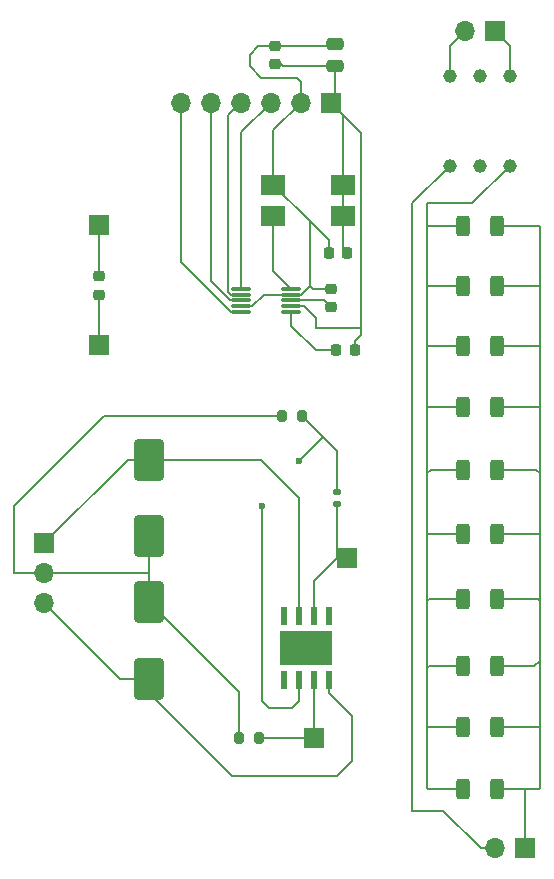
<source format=gbr>
%TF.GenerationSoftware,KiCad,Pcbnew,8.0.4*%
%TF.CreationDate,2024-08-18T15:43:04+02:00*%
%TF.ProjectId,megaboard-01,6d656761-626f-4617-9264-2d30312e6b69,rev?*%
%TF.SameCoordinates,Original*%
%TF.FileFunction,Copper,L1,Top*%
%TF.FilePolarity,Positive*%
%FSLAX46Y46*%
G04 Gerber Fmt 4.6, Leading zero omitted, Abs format (unit mm)*
G04 Created by KiCad (PCBNEW 8.0.4) date 2024-08-18 15:43:04*
%MOMM*%
%LPD*%
G01*
G04 APERTURE LIST*
G04 Aperture macros list*
%AMRoundRect*
0 Rectangle with rounded corners*
0 $1 Rounding radius*
0 $2 $3 $4 $5 $6 $7 $8 $9 X,Y pos of 4 corners*
0 Add a 4 corners polygon primitive as box body*
4,1,4,$2,$3,$4,$5,$6,$7,$8,$9,$2,$3,0*
0 Add four circle primitives for the rounded corners*
1,1,$1+$1,$2,$3*
1,1,$1+$1,$4,$5*
1,1,$1+$1,$6,$7*
1,1,$1+$1,$8,$9*
0 Add four rect primitives between the rounded corners*
20,1,$1+$1,$2,$3,$4,$5,0*
20,1,$1+$1,$4,$5,$6,$7,0*
20,1,$1+$1,$6,$7,$8,$9,0*
20,1,$1+$1,$8,$9,$2,$3,0*%
G04 Aperture macros list end*
%TA.AperFunction,SMDPad,CuDef*%
%ADD10RoundRect,0.250000X-0.312500X-0.625000X0.312500X-0.625000X0.312500X0.625000X-0.312500X0.625000X0*%
%TD*%
%TA.AperFunction,SMDPad,CuDef*%
%ADD11RoundRect,0.135000X-0.185000X0.135000X-0.185000X-0.135000X0.185000X-0.135000X0.185000X0.135000X0*%
%TD*%
%TA.AperFunction,SMDPad,CuDef*%
%ADD12RoundRect,0.250000X-1.000000X1.500000X-1.000000X-1.500000X1.000000X-1.500000X1.000000X1.500000X0*%
%TD*%
%TA.AperFunction,SMDPad,CuDef*%
%ADD13RoundRect,0.225000X0.225000X0.250000X-0.225000X0.250000X-0.225000X-0.250000X0.225000X-0.250000X0*%
%TD*%
%TA.AperFunction,SMDPad,CuDef*%
%ADD14RoundRect,0.250000X-0.475000X0.250000X-0.475000X-0.250000X0.475000X-0.250000X0.475000X0.250000X0*%
%TD*%
%TA.AperFunction,SMDPad,CuDef*%
%ADD15RoundRect,0.087500X0.725000X0.087500X-0.725000X0.087500X-0.725000X-0.087500X0.725000X-0.087500X0*%
%TD*%
%TA.AperFunction,ComponentPad*%
%ADD16R,1.700000X1.700000*%
%TD*%
%TA.AperFunction,ComponentPad*%
%ADD17O,1.700000X1.700000*%
%TD*%
%TA.AperFunction,SMDPad,CuDef*%
%ADD18RoundRect,0.225000X0.250000X-0.225000X0.250000X0.225000X-0.250000X0.225000X-0.250000X-0.225000X0*%
%TD*%
%TA.AperFunction,SMDPad,CuDef*%
%ADD19RoundRect,0.200000X-0.200000X-0.275000X0.200000X-0.275000X0.200000X0.275000X-0.200000X0.275000X0*%
%TD*%
%TA.AperFunction,SMDPad,CuDef*%
%ADD20RoundRect,0.225000X-0.250000X0.225000X-0.250000X-0.225000X0.250000X-0.225000X0.250000X0.225000X0*%
%TD*%
%TA.AperFunction,ComponentPad*%
%ADD21C,1.173000*%
%TD*%
%TA.AperFunction,SMDPad,CuDef*%
%ADD22RoundRect,0.200000X0.200000X0.275000X-0.200000X0.275000X-0.200000X-0.275000X0.200000X-0.275000X0*%
%TD*%
%TA.AperFunction,SMDPad,CuDef*%
%ADD23R,2.100000X1.700000*%
%TD*%
%TA.AperFunction,SMDPad,CuDef*%
%ADD24R,0.600000X1.550000*%
%TD*%
%TA.AperFunction,ComponentPad*%
%ADD25C,0.600000*%
%TD*%
%TA.AperFunction,SMDPad,CuDef*%
%ADD26R,3.100000X2.600000*%
%TD*%
%TA.AperFunction,SMDPad,CuDef*%
%ADD27R,4.500000X2.950000*%
%TD*%
%TA.AperFunction,ViaPad*%
%ADD28C,0.600000*%
%TD*%
%TA.AperFunction,Conductor*%
%ADD29C,0.200000*%
%TD*%
G04 APERTURE END LIST*
D10*
%TO.P,R8,1*%
%TO.N,Net-(T1-SEC_2)*%
X161787500Y-99510000D03*
%TO.P,R8,2*%
%TO.N,Net-(J7-Pin_1)*%
X164712500Y-99510000D03*
%TD*%
D11*
%TO.P,R3,1*%
%TO.N,Net-(U1--)*%
X151150000Y-101410000D03*
%TO.P,R3,2*%
%TO.N,Output*%
X151150000Y-102430000D03*
%TD*%
D10*
%TO.P,R6,1*%
%TO.N,Net-(T1-SEC_2)*%
X161787500Y-89005000D03*
%TO.P,R6,2*%
%TO.N,Net-(J7-Pin_1)*%
X164712500Y-89005000D03*
%TD*%
D12*
%TO.P,C7,1*%
%TO.N,+15V*%
X135275000Y-98670000D03*
%TO.P,C7,2*%
%TO.N,Earth*%
X135275000Y-105170000D03*
%TD*%
D10*
%TO.P,R12,1*%
%TO.N,Net-(T1-SEC_2)*%
X161787500Y-121265000D03*
%TO.P,R12,2*%
%TO.N,Net-(J7-Pin_1)*%
X164712500Y-121265000D03*
%TD*%
D13*
%TO.P,C6,1*%
%TO.N,Net-(J6-Pin_1)*%
X152030000Y-81171250D03*
%TO.P,C6,2*%
%TO.N,GND1*%
X150480000Y-81171250D03*
%TD*%
D14*
%TO.P,C3,1*%
%TO.N,GND1*%
X150970000Y-63476250D03*
%TO.P,C3,2*%
%TO.N,Net-(J6-Pin_1)*%
X150970000Y-65376250D03*
%TD*%
D10*
%TO.P,R4,1*%
%TO.N,Net-(T1-SEC_2)*%
X161787500Y-78845000D03*
%TO.P,R4,2*%
%TO.N,Net-(J7-Pin_1)*%
X164712500Y-78845000D03*
%TD*%
%TO.P,R7,1*%
%TO.N,Net-(T1-SEC_2)*%
X161787500Y-94200000D03*
%TO.P,R7,2*%
%TO.N,Net-(J7-Pin_1)*%
X164712500Y-94200000D03*
%TD*%
D15*
%TO.P,U2,1,COMP*%
%TO.N,Net-(U2-COMP)*%
X147287500Y-86188750D03*
%TO.P,U2,2,VDD*%
%TO.N,Net-(J6-Pin_1)*%
X147287500Y-85688750D03*
%TO.P,U2,3,CAP/2.5V*%
%TO.N,Net-(U2-CAP{slash}2.5V)*%
X147287500Y-85188750D03*
%TO.P,U2,4,DGND*%
%TO.N,GND1*%
X147287500Y-84688750D03*
%TO.P,U2,5,MCLK*%
%TO.N,Net-(U2-MCLK)*%
X147287500Y-84188750D03*
%TO.P,U2,6,SDATA*%
%TO.N,Net-(J6-Pin_3)*%
X143062500Y-84188750D03*
%TO.P,U2,7,SCLK*%
%TO.N,Net-(J6-Pin_4)*%
X143062500Y-84688750D03*
%TO.P,U2,8,~{FSYNC}*%
%TO.N,Net-(J6-Pin_5)*%
X143062500Y-85188750D03*
%TO.P,U2,9,AGND*%
%TO.N,GND1*%
X143062500Y-85688750D03*
%TO.P,U2,10,VOUT*%
%TO.N,Net-(J6-Pin_6)*%
X143062500Y-86188750D03*
%TD*%
D16*
%TO.P,J3,1,Pin_1*%
%TO.N,+15V*%
X126385000Y-105730000D03*
D17*
%TO.P,J3,2,Pin_2*%
%TO.N,Earth*%
X126385000Y-108270000D03*
%TO.P,J3,3,Pin_3*%
%TO.N,-15V*%
X126385000Y-110810000D03*
%TD*%
D10*
%TO.P,R10,1*%
%TO.N,Net-(T1-SEC_2)*%
X161787500Y-110475000D03*
%TO.P,R10,2*%
%TO.N,Net-(J7-Pin_1)*%
X164712500Y-110475000D03*
%TD*%
D18*
%TO.P,C1,1*%
%TO.N,Net-(J1-Pin_1)*%
X131000000Y-84695000D03*
%TO.P,C1,2*%
%TO.N,Net-(J2-Pin_1)*%
X131000000Y-83145000D03*
%TD*%
D10*
%TO.P,R11,1*%
%TO.N,Net-(T1-SEC_2)*%
X161787500Y-116130000D03*
%TO.P,R11,2*%
%TO.N,Net-(J7-Pin_1)*%
X164712500Y-116130000D03*
%TD*%
D16*
%TO.P,J2,1,Pin_1*%
%TO.N,Net-(J2-Pin_1)*%
X131000000Y-78840000D03*
%TD*%
D10*
%TO.P,R5,1*%
%TO.N,Net-(T1-SEC_2)*%
X161787500Y-83985000D03*
%TO.P,R5,2*%
%TO.N,Net-(J7-Pin_1)*%
X164712500Y-83985000D03*
%TD*%
D19*
%TO.P,R1,1*%
%TO.N,Earth*%
X142895000Y-122240000D03*
%TO.P,R1,2*%
%TO.N,Input*%
X144545000Y-122240000D03*
%TD*%
D20*
%TO.P,C2,1*%
%TO.N,GND1*%
X150620000Y-84206250D03*
%TO.P,C2,2*%
%TO.N,Net-(U2-CAP{slash}2.5V)*%
X150620000Y-85756250D03*
%TD*%
D16*
%TO.P,J4,1,Pin_1*%
%TO.N,Input*%
X149245000Y-122240000D03*
%TD*%
D21*
%TO.P,T1,1,PRI_1*%
%TO.N,Net-(J8-Pin_1)*%
X165790000Y-66145000D03*
%TO.P,T1,2,NC_1*%
%TO.N,unconnected-(T1-NC_1-Pad2)*%
X163250000Y-66145000D03*
%TO.P,T1,3,PRI_2*%
%TO.N,Net-(J8-Pin_2)*%
X160710000Y-66145000D03*
%TO.P,T1,4,SEC_1*%
%TO.N,Net-(J7-Pin_2)*%
X160710000Y-73765000D03*
%TO.P,T1,5,NC_2*%
%TO.N,unconnected-(T1-NC_2-Pad5)*%
X163250000Y-73765000D03*
%TO.P,T1,6,SEC_2*%
%TO.N,Net-(T1-SEC_2)*%
X165790000Y-73765000D03*
%TD*%
D20*
%TO.P,C4,1*%
%TO.N,GND1*%
X145890000Y-63651250D03*
%TO.P,C4,2*%
%TO.N,Net-(J6-Pin_1)*%
X145890000Y-65201250D03*
%TD*%
D16*
%TO.P,J7,1,Pin_1*%
%TO.N,Net-(J7-Pin_1)*%
X167060000Y-131550000D03*
D17*
%TO.P,J7,2,Pin_2*%
%TO.N,Net-(J7-Pin_2)*%
X164520000Y-131550000D03*
%TD*%
D10*
%TO.P,R13,1*%
%TO.N,Net-(T1-SEC_2)*%
X161787500Y-126515000D03*
%TO.P,R13,2*%
%TO.N,Net-(J7-Pin_1)*%
X164712500Y-126515000D03*
%TD*%
D16*
%TO.P,J8,1,Pin_1*%
%TO.N,Net-(J8-Pin_1)*%
X164520000Y-62335000D03*
D17*
%TO.P,J8,2,Pin_2*%
%TO.N,Net-(J8-Pin_2)*%
X161980000Y-62335000D03*
%TD*%
D22*
%TO.P,R2,1*%
%TO.N,Net-(U1--)*%
X148165000Y-94935000D03*
%TO.P,R2,2*%
%TO.N,Earth*%
X146515000Y-94935000D03*
%TD*%
D23*
%TO.P,X1,1,Tri-State*%
%TO.N,Net-(J6-Pin_1)*%
X151665000Y-75376250D03*
%TO.P,X1,2,GND*%
%TO.N,GND1*%
X145765000Y-75376250D03*
%TO.P,X1,3,OUT*%
%TO.N,Net-(U2-MCLK)*%
X145765000Y-78076250D03*
%TO.P,X1,4,VDD*%
%TO.N,Net-(J6-Pin_1)*%
X151665000Y-78076250D03*
%TD*%
D24*
%TO.P,U1,1*%
%TO.N,N/C*%
X146670000Y-117285000D03*
%TO.P,U1,2,-*%
%TO.N,Net-(U1--)*%
X147940000Y-117285000D03*
%TO.P,U1,3,+*%
%TO.N,Input*%
X149210000Y-117285000D03*
%TO.P,U1,4,V-*%
%TO.N,-15V*%
X150480000Y-117285000D03*
%TO.P,U1,5*%
%TO.N,N/C*%
X150480000Y-111885000D03*
%TO.P,U1,6*%
%TO.N,Output*%
X149210000Y-111885000D03*
%TO.P,U1,7,V+*%
%TO.N,+15V*%
X147940000Y-111885000D03*
%TO.P,U1,8*%
%TO.N,N/C*%
X146670000Y-111885000D03*
D25*
%TO.P,U1,9*%
X146775000Y-115185000D03*
X147975000Y-115185000D03*
X149275000Y-115185000D03*
X150375000Y-115185000D03*
D26*
X148575000Y-114585000D03*
D27*
X148575000Y-114585000D03*
D25*
X146775000Y-113985000D03*
X147975000Y-113985000D03*
X149275000Y-113985000D03*
X150375000Y-113985000D03*
%TD*%
D16*
%TO.P,J1,1,Pin_1*%
%TO.N,Net-(J1-Pin_1)*%
X131000000Y-89000000D03*
%TD*%
D10*
%TO.P,R9,1*%
%TO.N,Net-(T1-SEC_2)*%
X161787500Y-104935000D03*
%TO.P,R9,2*%
%TO.N,Net-(J7-Pin_1)*%
X164712500Y-104935000D03*
%TD*%
D16*
%TO.P,J5,1,Pin_1*%
%TO.N,Output*%
X152000000Y-107000000D03*
%TD*%
D12*
%TO.P,C8,1*%
%TO.N,Earth*%
X135275000Y-110735000D03*
%TO.P,C8,2*%
%TO.N,-15V*%
X135275000Y-117235000D03*
%TD*%
D13*
%TO.P,C5,1*%
%TO.N,Net-(J6-Pin_1)*%
X152665000Y-89426250D03*
%TO.P,C5,2*%
%TO.N,Net-(U2-COMP)*%
X151115000Y-89426250D03*
%TD*%
D16*
%TO.P,J6,1,Pin_1*%
%TO.N,Net-(J6-Pin_1)*%
X150620000Y-68471250D03*
D17*
%TO.P,J6,2,Pin_2*%
%TO.N,GND1*%
X148080000Y-68471250D03*
%TO.P,J6,3,Pin_3*%
%TO.N,Net-(J6-Pin_3)*%
X145540000Y-68471250D03*
%TO.P,J6,4,Pin_4*%
%TO.N,Net-(J6-Pin_4)*%
X143000000Y-68471250D03*
%TO.P,J6,5,Pin_5*%
%TO.N,Net-(J6-Pin_5)*%
X140460000Y-68471250D03*
%TO.P,J6,6,Pin_6*%
%TO.N,Net-(J6-Pin_6)*%
X137920000Y-68471250D03*
%TD*%
D28*
%TO.N,Net-(U1--)*%
X144800000Y-102555000D03*
X147975000Y-98745000D03*
%TD*%
D29*
%TO.N,Net-(J1-Pin_1)*%
X131000000Y-84695000D02*
X131000000Y-89000000D01*
%TO.N,Net-(J2-Pin_1)*%
X131000000Y-78840000D02*
X131000000Y-83145000D01*
%TO.N,Net-(U2-CAP{slash}2.5V)*%
X147287500Y-85188750D02*
X150052500Y-85188750D01*
X150052500Y-85188750D02*
X150620000Y-85756250D01*
%TO.N,GND1*%
X147287500Y-84688750D02*
X148150432Y-84688750D01*
X143975432Y-85688750D02*
X144975432Y-84688750D01*
X150795000Y-63651250D02*
X150970000Y-63476250D01*
X148080000Y-68471250D02*
X145765000Y-70786250D01*
X144765000Y-66376250D02*
X147765000Y-66376250D01*
X144490000Y-63651250D02*
X143765000Y-64376250D01*
X145890000Y-63651250D02*
X144490000Y-63651250D01*
X144975432Y-84688750D02*
X147287500Y-84688750D01*
X143062500Y-85688750D02*
X143975432Y-85688750D01*
X150480000Y-80091250D02*
X148867500Y-78478750D01*
X150480000Y-81171250D02*
X150480000Y-80091250D01*
X149102068Y-84206250D02*
X148867500Y-83971682D01*
X148867500Y-78478750D02*
X145765000Y-75376250D01*
X145890000Y-63651250D02*
X150795000Y-63651250D01*
X148150432Y-84688750D02*
X148867500Y-83971682D01*
X150620000Y-84206250D02*
X149102068Y-84206250D01*
X147765000Y-66376250D02*
X148080000Y-66691250D01*
X143765000Y-65376250D02*
X144765000Y-66376250D01*
X143765000Y-64376250D02*
X143765000Y-65376250D01*
X148080000Y-66691250D02*
X148080000Y-68471250D01*
X145765000Y-70786250D02*
X145765000Y-75376250D01*
X148867500Y-83971682D02*
X148867500Y-78478750D01*
X145750000Y-63791250D02*
X145890000Y-63651250D01*
%TO.N,Net-(J6-Pin_1)*%
X151665000Y-80806250D02*
X152030000Y-81171250D01*
X153160000Y-88156250D02*
X152665000Y-88651250D01*
X147287500Y-85688750D02*
X148350432Y-85688750D01*
X151665000Y-78076250D02*
X151665000Y-75376250D01*
X146560000Y-65376250D02*
X150970000Y-65376250D01*
X151665000Y-69516250D02*
X150620000Y-68471250D01*
X148350432Y-85688750D02*
X149350000Y-86688318D01*
X151665000Y-78076250D02*
X151665000Y-80806250D01*
X153160000Y-71011250D02*
X151665000Y-69516250D01*
X149350000Y-86688318D02*
X149350000Y-87521250D01*
X153160000Y-87521250D02*
X153160000Y-71011250D01*
X150970000Y-65376250D02*
X150970000Y-68121250D01*
X150620000Y-68471250D02*
X150620000Y-67836250D01*
X145890000Y-65201250D02*
X146385000Y-65201250D01*
X152665000Y-88651250D02*
X152665000Y-89426250D01*
X150970000Y-68121250D02*
X150620000Y-68471250D01*
X151665000Y-75376250D02*
X151665000Y-69516250D01*
X146385000Y-65201250D02*
X146560000Y-65376250D01*
X149350000Y-87521250D02*
X153160000Y-87521250D01*
X153160000Y-87521250D02*
X153160000Y-88156250D01*
%TO.N,Net-(U2-COMP)*%
X147287500Y-87363750D02*
X149350000Y-89426250D01*
X149350000Y-89426250D02*
X151115000Y-89426250D01*
X147287500Y-86188750D02*
X147287500Y-87363750D01*
%TO.N,+15V*%
X144725000Y-98670000D02*
X147975000Y-101920000D01*
X133445000Y-98670000D02*
X135275000Y-98670000D01*
X147975000Y-101920000D02*
X147940000Y-101955000D01*
X135275000Y-98670000D02*
X144725000Y-98670000D01*
X126385000Y-105730000D02*
X133445000Y-98670000D01*
X147940000Y-101955000D02*
X147940000Y-111885000D01*
%TO.N,Earth*%
X135275000Y-108270000D02*
X135275000Y-105170000D01*
X142895000Y-118355000D02*
X135275000Y-110735000D01*
X123845000Y-108270000D02*
X126385000Y-108270000D01*
X123845000Y-102555000D02*
X123845000Y-108270000D01*
X131465000Y-94935000D02*
X123845000Y-102555000D01*
X126385000Y-108270000D02*
X135275000Y-108270000D01*
X146515000Y-94935000D02*
X131465000Y-94935000D01*
X135275000Y-110735000D02*
X135275000Y-108270000D01*
X142895000Y-122240000D02*
X142895000Y-118355000D01*
%TO.N,-15V*%
X135275000Y-118430000D02*
X135275000Y-117235000D01*
X152420000Y-120335000D02*
X152420000Y-124145000D01*
X132810000Y-117235000D02*
X135275000Y-117235000D01*
X150480000Y-118395000D02*
X152420000Y-120335000D01*
X150480000Y-117285000D02*
X150480000Y-118395000D01*
X152420000Y-124145000D02*
X151150000Y-125415000D01*
X126385000Y-110810000D02*
X132810000Y-117235000D01*
X151150000Y-125415000D02*
X142260000Y-125415000D01*
X142260000Y-125415000D02*
X135275000Y-118430000D01*
%TO.N,Input*%
X149245000Y-122240000D02*
X149245000Y-117320000D01*
X144545000Y-122240000D02*
X149245000Y-122240000D01*
X149245000Y-117320000D02*
X149210000Y-117285000D01*
%TO.N,Output*%
X149210000Y-108940000D02*
X151150000Y-107000000D01*
X151150000Y-102430000D02*
X151150000Y-107000000D01*
X149210000Y-111885000D02*
X149210000Y-108940000D01*
%TO.N,Net-(J6-Pin_5)*%
X140460000Y-68471250D02*
X140460000Y-83514868D01*
X140460000Y-83514868D02*
X142133882Y-85188750D01*
X142133882Y-85188750D02*
X143062500Y-85188750D01*
%TO.N,Net-(J6-Pin_4)*%
X141950000Y-84439182D02*
X142199568Y-84688750D01*
X141950000Y-69521250D02*
X141950000Y-84439182D01*
X143000000Y-68471250D02*
X141950000Y-69521250D01*
X142199568Y-84688750D02*
X143062500Y-84688750D01*
%TO.N,Net-(J6-Pin_3)*%
X143062500Y-70948750D02*
X143062500Y-84188750D01*
X145540000Y-68471250D02*
X143062500Y-70948750D01*
%TO.N,Net-(J6-Pin_6)*%
X137920000Y-68471250D02*
X137920000Y-81909182D01*
X142199568Y-86188750D02*
X143062500Y-86188750D01*
X137920000Y-81909182D02*
X142199568Y-86188750D01*
%TO.N,Net-(J7-Pin_2)*%
X157535000Y-76940000D02*
X160710000Y-73765000D01*
X157535000Y-128375000D02*
X157535000Y-76940000D01*
X160142919Y-128375000D02*
X157535000Y-128375000D01*
X163317919Y-131550000D02*
X160142919Y-128375000D01*
X164520000Y-131550000D02*
X163317919Y-131550000D01*
%TO.N,Net-(J7-Pin_1)*%
X167875000Y-116130000D02*
X168330000Y-115675000D01*
X168330000Y-99800000D02*
X168330000Y-104880000D01*
X168330000Y-115675000D02*
X168330000Y-121390000D01*
X168330000Y-89005000D02*
X168330000Y-94085000D01*
X168330000Y-94085000D02*
X168330000Y-99800000D01*
X168040000Y-99510000D02*
X168330000Y-99800000D01*
X168330000Y-126470000D02*
X168285000Y-126515000D01*
X164712500Y-121265000D02*
X168205000Y-121265000D01*
X164712500Y-89005000D02*
X168330000Y-89005000D01*
X168330000Y-78845000D02*
X168330000Y-83925000D01*
X168205000Y-121265000D02*
X168330000Y-121390000D01*
X164712500Y-94200000D02*
X168215000Y-94200000D01*
X168330000Y-110595000D02*
X168330000Y-115675000D01*
X167060000Y-126515000D02*
X164712500Y-126515000D01*
X164712500Y-110475000D02*
X168210000Y-110475000D01*
X164712500Y-99510000D02*
X168040000Y-99510000D01*
X168330000Y-104880000D02*
X168330000Y-110595000D01*
X168215000Y-94200000D02*
X168330000Y-94085000D01*
X164712500Y-104935000D02*
X168275000Y-104935000D01*
X164712500Y-78845000D02*
X168330000Y-78845000D01*
X168285000Y-126515000D02*
X167060000Y-126515000D01*
X168330000Y-83925000D02*
X168330000Y-89005000D01*
X167060000Y-126515000D02*
X167060000Y-131550000D01*
X168270000Y-83985000D02*
X168330000Y-83925000D01*
X168210000Y-110475000D02*
X168330000Y-110595000D01*
X164712500Y-83985000D02*
X168270000Y-83985000D01*
X168275000Y-104935000D02*
X168330000Y-104880000D01*
X168330000Y-121390000D02*
X168330000Y-126470000D01*
X164712500Y-116130000D02*
X167875000Y-116130000D01*
%TO.N,Net-(J8-Pin_1)*%
X164520000Y-62335000D02*
X165790000Y-63605000D01*
X165790000Y-63605000D02*
X165790000Y-66145000D01*
%TO.N,Net-(J8-Pin_2)*%
X161980000Y-62335000D02*
X160710000Y-63605000D01*
X160710000Y-63605000D02*
X160710000Y-66145000D01*
%TO.N,Net-(U1--)*%
X149975000Y-96745000D02*
X148165000Y-94935000D01*
X151150000Y-101410000D02*
X151150000Y-97920000D01*
X151150000Y-97920000D02*
X149975000Y-96745000D01*
X147340000Y-119700000D02*
X145435000Y-119700000D01*
X145435000Y-119700000D02*
X144800000Y-119065000D01*
X147940000Y-117285000D02*
X147940000Y-119100000D01*
X147940000Y-119100000D02*
X147340000Y-119700000D01*
X147975000Y-98745000D02*
X149975000Y-96745000D01*
X144800000Y-119065000D02*
X144800000Y-102555000D01*
%TO.N,Net-(T1-SEC_2)*%
X158805000Y-83925000D02*
X158805000Y-89005000D01*
X158985000Y-116130000D02*
X158805000Y-116310000D01*
X161787500Y-89005000D02*
X158805000Y-89005000D01*
X158805000Y-76940000D02*
X158805000Y-78845000D01*
X158805000Y-126470000D02*
X158850000Y-126515000D01*
X161787500Y-121265000D02*
X158930000Y-121265000D01*
X165790000Y-73765000D02*
X162615000Y-76940000D01*
X158930000Y-121265000D02*
X158805000Y-121390000D01*
X158805000Y-121390000D02*
X158805000Y-126470000D01*
X158850000Y-126515000D02*
X161787500Y-126515000D01*
X158805000Y-99800000D02*
X158805000Y-104880000D01*
X158805000Y-94085000D02*
X158805000Y-99800000D01*
X158920000Y-94200000D02*
X158805000Y-94085000D01*
X159095000Y-99510000D02*
X158805000Y-99800000D01*
X161787500Y-116130000D02*
X158985000Y-116130000D01*
X161787500Y-104935000D02*
X158860000Y-104935000D01*
X158925000Y-110475000D02*
X158805000Y-110595000D01*
X161787500Y-99510000D02*
X159095000Y-99510000D01*
X158805000Y-104880000D02*
X158805000Y-110595000D01*
X161787500Y-110475000D02*
X158925000Y-110475000D01*
X158805000Y-116310000D02*
X158805000Y-121390000D01*
X158865000Y-83985000D02*
X158805000Y-83925000D01*
X158805000Y-110595000D02*
X158805000Y-116310000D01*
X158860000Y-104935000D02*
X158805000Y-104880000D01*
X158805000Y-89005000D02*
X158805000Y-94085000D01*
X161787500Y-83985000D02*
X158865000Y-83985000D01*
X158805000Y-78845000D02*
X158805000Y-83925000D01*
X161787500Y-94200000D02*
X158920000Y-94200000D01*
X162615000Y-76940000D02*
X158805000Y-76940000D01*
X161787500Y-78845000D02*
X158805000Y-78845000D01*
%TO.N,Net-(U2-MCLK)*%
X145765000Y-82666250D02*
X147287500Y-84188750D01*
X145765000Y-78076250D02*
X145765000Y-82666250D01*
%TD*%
M02*

</source>
